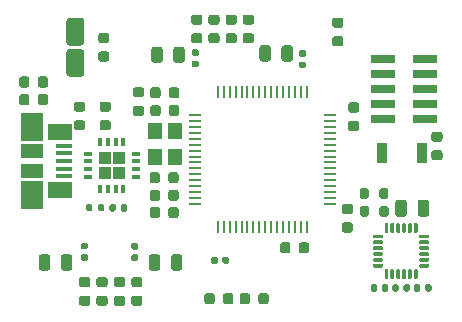
<source format=gbr>
G04 #@! TF.GenerationSoftware,KiCad,Pcbnew,(5.1.8)-1*
G04 #@! TF.CreationDate,2020-11-28T11:44:15-05:00*
G04 #@! TF.ProjectId,STM32_SMD_Quadcopter,53544d33-325f-4534-9d44-5f5175616463,rev?*
G04 #@! TF.SameCoordinates,PX2daf690PY1aab7d8*
G04 #@! TF.FileFunction,Paste,Top*
G04 #@! TF.FilePolarity,Positive*
%FSLAX46Y46*%
G04 Gerber Fmt 4.6, Leading zero omitted, Abs format (unit mm)*
G04 Created by KiCad (PCBNEW (5.1.8)-1) date 2020-11-28 11:44:15*
%MOMM*%
%LPD*%
G01*
G04 APERTURE LIST*
%ADD10R,1.000000X0.250000*%
%ADD11R,0.250000X1.000000*%
%ADD12R,0.350000X0.800000*%
%ADD13R,0.800000X0.350000*%
%ADD14R,1.050000X1.050000*%
%ADD15R,1.900000X1.175000*%
%ADD16R,1.900000X2.375000*%
%ADD17R,2.100000X1.475000*%
%ADD18R,1.380000X0.450000*%
%ADD19R,0.900000X1.700000*%
%ADD20R,2.100000X0.750000*%
%ADD21R,1.200000X1.400000*%
G04 APERTURE END LIST*
G36*
G01*
X33424400Y-23274200D02*
X33424400Y-23614200D01*
G75*
G02*
X33284400Y-23754200I-140000J0D01*
G01*
X33004400Y-23754200D01*
G75*
G02*
X32864400Y-23614200I0J140000D01*
G01*
X32864400Y-23274200D01*
G75*
G02*
X33004400Y-23134200I140000J0D01*
G01*
X33284400Y-23134200D01*
G75*
G02*
X33424400Y-23274200I0J-140000D01*
G01*
G37*
G36*
G01*
X32464400Y-23274200D02*
X32464400Y-23614200D01*
G75*
G02*
X32324400Y-23754200I-140000J0D01*
G01*
X32044400Y-23754200D01*
G75*
G02*
X31904400Y-23614200I0J140000D01*
G01*
X31904400Y-23274200D01*
G75*
G02*
X32044400Y-23134200I140000J0D01*
G01*
X32324400Y-23134200D01*
G75*
G02*
X32464400Y-23274200I0J-140000D01*
G01*
G37*
G36*
G01*
X30283600Y-19153700D02*
X30283600Y-19003700D01*
G75*
G02*
X30358600Y-18928700I75000J0D01*
G01*
X31058600Y-18928700D01*
G75*
G02*
X31133600Y-19003700I0J-75000D01*
G01*
X31133600Y-19153700D01*
G75*
G02*
X31058600Y-19228700I-75000J0D01*
G01*
X30358600Y-19228700D01*
G75*
G02*
X30283600Y-19153700I0J75000D01*
G01*
G37*
G36*
G01*
X30283600Y-19653700D02*
X30283600Y-19503700D01*
G75*
G02*
X30358600Y-19428700I75000J0D01*
G01*
X31058600Y-19428700D01*
G75*
G02*
X31133600Y-19503700I0J-75000D01*
G01*
X31133600Y-19653700D01*
G75*
G02*
X31058600Y-19728700I-75000J0D01*
G01*
X30358600Y-19728700D01*
G75*
G02*
X30283600Y-19653700I0J75000D01*
G01*
G37*
G36*
G01*
X30283600Y-20153700D02*
X30283600Y-20003700D01*
G75*
G02*
X30358600Y-19928700I75000J0D01*
G01*
X31058600Y-19928700D01*
G75*
G02*
X31133600Y-20003700I0J-75000D01*
G01*
X31133600Y-20153700D01*
G75*
G02*
X31058600Y-20228700I-75000J0D01*
G01*
X30358600Y-20228700D01*
G75*
G02*
X30283600Y-20153700I0J75000D01*
G01*
G37*
G36*
G01*
X30283600Y-20653700D02*
X30283600Y-20503700D01*
G75*
G02*
X30358600Y-20428700I75000J0D01*
G01*
X31058600Y-20428700D01*
G75*
G02*
X31133600Y-20503700I0J-75000D01*
G01*
X31133600Y-20653700D01*
G75*
G02*
X31058600Y-20728700I-75000J0D01*
G01*
X30358600Y-20728700D01*
G75*
G02*
X30283600Y-20653700I0J75000D01*
G01*
G37*
G36*
G01*
X30283600Y-21153700D02*
X30283600Y-21003700D01*
G75*
G02*
X30358600Y-20928700I75000J0D01*
G01*
X31058600Y-20928700D01*
G75*
G02*
X31133600Y-21003700I0J-75000D01*
G01*
X31133600Y-21153700D01*
G75*
G02*
X31058600Y-21228700I-75000J0D01*
G01*
X30358600Y-21228700D01*
G75*
G02*
X30283600Y-21153700I0J75000D01*
G01*
G37*
G36*
G01*
X30283600Y-21653700D02*
X30283600Y-21503700D01*
G75*
G02*
X30358600Y-21428700I75000J0D01*
G01*
X31058600Y-21428700D01*
G75*
G02*
X31133600Y-21503700I0J-75000D01*
G01*
X31133600Y-21653700D01*
G75*
G02*
X31058600Y-21728700I-75000J0D01*
G01*
X30358600Y-21728700D01*
G75*
G02*
X30283600Y-21653700I0J75000D01*
G01*
G37*
G36*
G01*
X31483600Y-22703700D02*
X31333600Y-22703700D01*
G75*
G02*
X31258600Y-22628700I0J75000D01*
G01*
X31258600Y-21928700D01*
G75*
G02*
X31333600Y-21853700I75000J0D01*
G01*
X31483600Y-21853700D01*
G75*
G02*
X31558600Y-21928700I0J-75000D01*
G01*
X31558600Y-22628700D01*
G75*
G02*
X31483600Y-22703700I-75000J0D01*
G01*
G37*
G36*
G01*
X31983600Y-22703700D02*
X31833600Y-22703700D01*
G75*
G02*
X31758600Y-22628700I0J75000D01*
G01*
X31758600Y-21928700D01*
G75*
G02*
X31833600Y-21853700I75000J0D01*
G01*
X31983600Y-21853700D01*
G75*
G02*
X32058600Y-21928700I0J-75000D01*
G01*
X32058600Y-22628700D01*
G75*
G02*
X31983600Y-22703700I-75000J0D01*
G01*
G37*
G36*
G01*
X32483600Y-22703700D02*
X32333600Y-22703700D01*
G75*
G02*
X32258600Y-22628700I0J75000D01*
G01*
X32258600Y-21928700D01*
G75*
G02*
X32333600Y-21853700I75000J0D01*
G01*
X32483600Y-21853700D01*
G75*
G02*
X32558600Y-21928700I0J-75000D01*
G01*
X32558600Y-22628700D01*
G75*
G02*
X32483600Y-22703700I-75000J0D01*
G01*
G37*
G36*
G01*
X32983600Y-22703700D02*
X32833600Y-22703700D01*
G75*
G02*
X32758600Y-22628700I0J75000D01*
G01*
X32758600Y-21928700D01*
G75*
G02*
X32833600Y-21853700I75000J0D01*
G01*
X32983600Y-21853700D01*
G75*
G02*
X33058600Y-21928700I0J-75000D01*
G01*
X33058600Y-22628700D01*
G75*
G02*
X32983600Y-22703700I-75000J0D01*
G01*
G37*
G36*
G01*
X33483600Y-22703700D02*
X33333600Y-22703700D01*
G75*
G02*
X33258600Y-22628700I0J75000D01*
G01*
X33258600Y-21928700D01*
G75*
G02*
X33333600Y-21853700I75000J0D01*
G01*
X33483600Y-21853700D01*
G75*
G02*
X33558600Y-21928700I0J-75000D01*
G01*
X33558600Y-22628700D01*
G75*
G02*
X33483600Y-22703700I-75000J0D01*
G01*
G37*
G36*
G01*
X33983600Y-22703700D02*
X33833600Y-22703700D01*
G75*
G02*
X33758600Y-22628700I0J75000D01*
G01*
X33758600Y-21928700D01*
G75*
G02*
X33833600Y-21853700I75000J0D01*
G01*
X33983600Y-21853700D01*
G75*
G02*
X34058600Y-21928700I0J-75000D01*
G01*
X34058600Y-22628700D01*
G75*
G02*
X33983600Y-22703700I-75000J0D01*
G01*
G37*
G36*
G01*
X34183600Y-21653700D02*
X34183600Y-21503700D01*
G75*
G02*
X34258600Y-21428700I75000J0D01*
G01*
X34958600Y-21428700D01*
G75*
G02*
X35033600Y-21503700I0J-75000D01*
G01*
X35033600Y-21653700D01*
G75*
G02*
X34958600Y-21728700I-75000J0D01*
G01*
X34258600Y-21728700D01*
G75*
G02*
X34183600Y-21653700I0J75000D01*
G01*
G37*
G36*
G01*
X34183600Y-21153700D02*
X34183600Y-21003700D01*
G75*
G02*
X34258600Y-20928700I75000J0D01*
G01*
X34958600Y-20928700D01*
G75*
G02*
X35033600Y-21003700I0J-75000D01*
G01*
X35033600Y-21153700D01*
G75*
G02*
X34958600Y-21228700I-75000J0D01*
G01*
X34258600Y-21228700D01*
G75*
G02*
X34183600Y-21153700I0J75000D01*
G01*
G37*
G36*
G01*
X34183600Y-20653700D02*
X34183600Y-20503700D01*
G75*
G02*
X34258600Y-20428700I75000J0D01*
G01*
X34958600Y-20428700D01*
G75*
G02*
X35033600Y-20503700I0J-75000D01*
G01*
X35033600Y-20653700D01*
G75*
G02*
X34958600Y-20728700I-75000J0D01*
G01*
X34258600Y-20728700D01*
G75*
G02*
X34183600Y-20653700I0J75000D01*
G01*
G37*
G36*
G01*
X34183600Y-20153700D02*
X34183600Y-20003700D01*
G75*
G02*
X34258600Y-19928700I75000J0D01*
G01*
X34958600Y-19928700D01*
G75*
G02*
X35033600Y-20003700I0J-75000D01*
G01*
X35033600Y-20153700D01*
G75*
G02*
X34958600Y-20228700I-75000J0D01*
G01*
X34258600Y-20228700D01*
G75*
G02*
X34183600Y-20153700I0J75000D01*
G01*
G37*
G36*
G01*
X34183600Y-19653700D02*
X34183600Y-19503700D01*
G75*
G02*
X34258600Y-19428700I75000J0D01*
G01*
X34958600Y-19428700D01*
G75*
G02*
X35033600Y-19503700I0J-75000D01*
G01*
X35033600Y-19653700D01*
G75*
G02*
X34958600Y-19728700I-75000J0D01*
G01*
X34258600Y-19728700D01*
G75*
G02*
X34183600Y-19653700I0J75000D01*
G01*
G37*
G36*
G01*
X34183600Y-19153700D02*
X34183600Y-19003700D01*
G75*
G02*
X34258600Y-18928700I75000J0D01*
G01*
X34958600Y-18928700D01*
G75*
G02*
X35033600Y-19003700I0J-75000D01*
G01*
X35033600Y-19153700D01*
G75*
G02*
X34958600Y-19228700I-75000J0D01*
G01*
X34258600Y-19228700D01*
G75*
G02*
X34183600Y-19153700I0J75000D01*
G01*
G37*
G36*
G01*
X33983600Y-18803700D02*
X33833600Y-18803700D01*
G75*
G02*
X33758600Y-18728700I0J75000D01*
G01*
X33758600Y-18028700D01*
G75*
G02*
X33833600Y-17953700I75000J0D01*
G01*
X33983600Y-17953700D01*
G75*
G02*
X34058600Y-18028700I0J-75000D01*
G01*
X34058600Y-18728700D01*
G75*
G02*
X33983600Y-18803700I-75000J0D01*
G01*
G37*
G36*
G01*
X33483600Y-18803700D02*
X33333600Y-18803700D01*
G75*
G02*
X33258600Y-18728700I0J75000D01*
G01*
X33258600Y-18028700D01*
G75*
G02*
X33333600Y-17953700I75000J0D01*
G01*
X33483600Y-17953700D01*
G75*
G02*
X33558600Y-18028700I0J-75000D01*
G01*
X33558600Y-18728700D01*
G75*
G02*
X33483600Y-18803700I-75000J0D01*
G01*
G37*
G36*
G01*
X32983600Y-18803700D02*
X32833600Y-18803700D01*
G75*
G02*
X32758600Y-18728700I0J75000D01*
G01*
X32758600Y-18028700D01*
G75*
G02*
X32833600Y-17953700I75000J0D01*
G01*
X32983600Y-17953700D01*
G75*
G02*
X33058600Y-18028700I0J-75000D01*
G01*
X33058600Y-18728700D01*
G75*
G02*
X32983600Y-18803700I-75000J0D01*
G01*
G37*
G36*
G01*
X32483600Y-18803700D02*
X32333600Y-18803700D01*
G75*
G02*
X32258600Y-18728700I0J75000D01*
G01*
X32258600Y-18028700D01*
G75*
G02*
X32333600Y-17953700I75000J0D01*
G01*
X32483600Y-17953700D01*
G75*
G02*
X32558600Y-18028700I0J-75000D01*
G01*
X32558600Y-18728700D01*
G75*
G02*
X32483600Y-18803700I-75000J0D01*
G01*
G37*
G36*
G01*
X31983600Y-18803700D02*
X31833600Y-18803700D01*
G75*
G02*
X31758600Y-18728700I0J75000D01*
G01*
X31758600Y-18028700D01*
G75*
G02*
X31833600Y-17953700I75000J0D01*
G01*
X31983600Y-17953700D01*
G75*
G02*
X32058600Y-18028700I0J-75000D01*
G01*
X32058600Y-18728700D01*
G75*
G02*
X31983600Y-18803700I-75000J0D01*
G01*
G37*
G36*
G01*
X31483600Y-18803700D02*
X31333600Y-18803700D01*
G75*
G02*
X31258600Y-18728700I0J75000D01*
G01*
X31258600Y-18028700D01*
G75*
G02*
X31333600Y-17953700I75000J0D01*
G01*
X31483600Y-17953700D01*
G75*
G02*
X31558600Y-18028700I0J-75000D01*
G01*
X31558600Y-18728700D01*
G75*
G02*
X31483600Y-18803700I-75000J0D01*
G01*
G37*
G36*
G01*
X5179350Y-7664900D02*
X5691850Y-7664900D01*
G75*
G02*
X5910600Y-7883650I0J-218750D01*
G01*
X5910600Y-8321150D01*
G75*
G02*
X5691850Y-8539900I-218750J0D01*
G01*
X5179350Y-8539900D01*
G75*
G02*
X4960600Y-8321150I0J218750D01*
G01*
X4960600Y-7883650D01*
G75*
G02*
X5179350Y-7664900I218750J0D01*
G01*
G37*
G36*
G01*
X5179350Y-9239900D02*
X5691850Y-9239900D01*
G75*
G02*
X5910600Y-9458650I0J-218750D01*
G01*
X5910600Y-9896150D01*
G75*
G02*
X5691850Y-10114900I-218750J0D01*
G01*
X5179350Y-10114900D01*
G75*
G02*
X4960600Y-9896150I0J218750D01*
G01*
X4960600Y-9458650D01*
G75*
G02*
X5179350Y-9239900I218750J0D01*
G01*
G37*
D10*
X15204200Y-8823000D03*
X15204200Y-9323000D03*
X15204200Y-9823000D03*
X15204200Y-10323000D03*
X15204200Y-10823000D03*
X15204200Y-11323000D03*
X15204200Y-11823000D03*
X15204200Y-12323000D03*
X15204200Y-12823000D03*
X15204200Y-13323000D03*
X15204200Y-13823000D03*
X15204200Y-14323000D03*
X15204200Y-14823000D03*
X15204200Y-15323000D03*
X15204200Y-15823000D03*
X15204200Y-16323000D03*
D11*
X17154200Y-18273000D03*
X17654200Y-18273000D03*
X18154200Y-18273000D03*
X18654200Y-18273000D03*
X19154200Y-18273000D03*
X19654200Y-18273000D03*
X20154200Y-18273000D03*
X20654200Y-18273000D03*
X21154200Y-18273000D03*
X21654200Y-18273000D03*
X22154200Y-18273000D03*
X22654200Y-18273000D03*
X23154200Y-18273000D03*
X23654200Y-18273000D03*
X24154200Y-18273000D03*
X24654200Y-18273000D03*
D10*
X26604200Y-16323000D03*
X26604200Y-15823000D03*
X26604200Y-15323000D03*
X26604200Y-14823000D03*
X26604200Y-14323000D03*
X26604200Y-13823000D03*
X26604200Y-13323000D03*
X26604200Y-12823000D03*
X26604200Y-12323000D03*
X26604200Y-11823000D03*
X26604200Y-11323000D03*
X26604200Y-10823000D03*
X26604200Y-10323000D03*
X26604200Y-9823000D03*
X26604200Y-9323000D03*
X26604200Y-8823000D03*
D11*
X24654200Y-6873000D03*
X24154200Y-6873000D03*
X23654200Y-6873000D03*
X23154200Y-6873000D03*
X22654200Y-6873000D03*
X22154200Y-6873000D03*
X21654200Y-6873000D03*
X21154200Y-6873000D03*
X20654200Y-6873000D03*
X20154200Y-6873000D03*
X19654200Y-6873000D03*
X19154200Y-6873000D03*
X18654200Y-6873000D03*
X18154200Y-6873000D03*
X17654200Y-6873000D03*
X17154200Y-6873000D03*
D12*
X9153800Y-11055600D03*
X8503800Y-11055600D03*
X7853800Y-11055600D03*
X7203800Y-11055600D03*
D13*
X6178800Y-12080600D03*
X6178800Y-12730600D03*
X6178800Y-13380600D03*
X6178800Y-14030600D03*
D12*
X7203800Y-15055600D03*
X7853800Y-15055600D03*
X8503800Y-15055600D03*
X9153800Y-15055600D03*
D13*
X10178800Y-14030600D03*
X10178800Y-13380600D03*
X10178800Y-12730600D03*
X10178800Y-12080600D03*
D14*
X7553800Y-12430600D03*
X7553800Y-13680600D03*
X8803800Y-12430600D03*
X8803800Y-13680600D03*
G36*
G01*
X27048750Y-553100D02*
X27561250Y-553100D01*
G75*
G02*
X27780000Y-771850I0J-218750D01*
G01*
X27780000Y-1209350D01*
G75*
G02*
X27561250Y-1428100I-218750J0D01*
G01*
X27048750Y-1428100D01*
G75*
G02*
X26830000Y-1209350I0J218750D01*
G01*
X26830000Y-771850D01*
G75*
G02*
X27048750Y-553100I218750J0D01*
G01*
G37*
G36*
G01*
X27048750Y-2128100D02*
X27561250Y-2128100D01*
G75*
G02*
X27780000Y-2346850I0J-218750D01*
G01*
X27780000Y-2784350D01*
G75*
G02*
X27561250Y-3003100I-218750J0D01*
G01*
X27048750Y-3003100D01*
G75*
G02*
X26830000Y-2784350I0J218750D01*
G01*
X26830000Y-2346850D01*
G75*
G02*
X27048750Y-2128100I218750J0D01*
G01*
G37*
G36*
G01*
X12999300Y-8689050D02*
X12999300Y-8176550D01*
G75*
G02*
X13218050Y-7957800I218750J0D01*
G01*
X13655550Y-7957800D01*
G75*
G02*
X13874300Y-8176550I0J-218750D01*
G01*
X13874300Y-8689050D01*
G75*
G02*
X13655550Y-8907800I-218750J0D01*
G01*
X13218050Y-8907800D01*
G75*
G02*
X12999300Y-8689050I0J218750D01*
G01*
G37*
G36*
G01*
X11424300Y-8689050D02*
X11424300Y-8176550D01*
G75*
G02*
X11643050Y-7957800I218750J0D01*
G01*
X12080550Y-7957800D01*
G75*
G02*
X12299300Y-8176550I0J-218750D01*
G01*
X12299300Y-8689050D01*
G75*
G02*
X12080550Y-8907800I-218750J0D01*
G01*
X11643050Y-8907800D01*
G75*
G02*
X11424300Y-8689050I0J218750D01*
G01*
G37*
G36*
G01*
X17071050Y-2748900D02*
X16558550Y-2748900D01*
G75*
G02*
X16339800Y-2530150I0J218750D01*
G01*
X16339800Y-2092650D01*
G75*
G02*
X16558550Y-1873900I218750J0D01*
G01*
X17071050Y-1873900D01*
G75*
G02*
X17289800Y-2092650I0J-218750D01*
G01*
X17289800Y-2530150D01*
G75*
G02*
X17071050Y-2748900I-218750J0D01*
G01*
G37*
G36*
G01*
X17071050Y-1173900D02*
X16558550Y-1173900D01*
G75*
G02*
X16339800Y-955150I0J218750D01*
G01*
X16339800Y-517650D01*
G75*
G02*
X16558550Y-298900I218750J0D01*
G01*
X17071050Y-298900D01*
G75*
G02*
X17289800Y-517650I0J-218750D01*
G01*
X17289800Y-955150D01*
G75*
G02*
X17071050Y-1173900I-218750J0D01*
G01*
G37*
D15*
X1454300Y-13540000D03*
X1454300Y-11860000D03*
D16*
X1454300Y-15610000D03*
X1454300Y-9790000D03*
D17*
X3754300Y-15162500D03*
X3754300Y-10237500D03*
D18*
X4114300Y-14000000D03*
X4114300Y-13350000D03*
X4114300Y-12700000D03*
X4114300Y-12050000D03*
X4114300Y-11400000D03*
G36*
G01*
X12273100Y-20828950D02*
X12273100Y-21741450D01*
G75*
G02*
X12029350Y-21985200I-243750J0D01*
G01*
X11541850Y-21985200D01*
G75*
G02*
X11298100Y-21741450I0J243750D01*
G01*
X11298100Y-20828950D01*
G75*
G02*
X11541850Y-20585200I243750J0D01*
G01*
X12029350Y-20585200D01*
G75*
G02*
X12273100Y-20828950I0J-243750D01*
G01*
G37*
G36*
G01*
X14148100Y-20828950D02*
X14148100Y-21741450D01*
G75*
G02*
X13904350Y-21985200I-243750J0D01*
G01*
X13416850Y-21985200D01*
G75*
G02*
X13173100Y-21741450I0J243750D01*
G01*
X13173100Y-20828950D01*
G75*
G02*
X13416850Y-20585200I243750J0D01*
G01*
X13904350Y-20585200D01*
G75*
G02*
X14148100Y-20828950I0J-243750D01*
G01*
G37*
G36*
G01*
X20660300Y-4050350D02*
X20660300Y-3137850D01*
G75*
G02*
X20904050Y-2894100I243750J0D01*
G01*
X21391550Y-2894100D01*
G75*
G02*
X21635300Y-3137850I0J-243750D01*
G01*
X21635300Y-4050350D01*
G75*
G02*
X21391550Y-4294100I-243750J0D01*
G01*
X20904050Y-4294100D01*
G75*
G02*
X20660300Y-4050350I0J243750D01*
G01*
G37*
G36*
G01*
X22535300Y-4050350D02*
X22535300Y-3137850D01*
G75*
G02*
X22779050Y-2894100I243750J0D01*
G01*
X23266550Y-2894100D01*
G75*
G02*
X23510300Y-3137850I0J-243750D01*
G01*
X23510300Y-4050350D01*
G75*
G02*
X23266550Y-4294100I-243750J0D01*
G01*
X22779050Y-4294100D01*
G75*
G02*
X22535300Y-4050350I0J243750D01*
G01*
G37*
G36*
G01*
X28374050Y-17201300D02*
X27861550Y-17201300D01*
G75*
G02*
X27642800Y-16982550I0J218750D01*
G01*
X27642800Y-16545050D01*
G75*
G02*
X27861550Y-16326300I218750J0D01*
G01*
X28374050Y-16326300D01*
G75*
G02*
X28592800Y-16545050I0J-218750D01*
G01*
X28592800Y-16982550D01*
G75*
G02*
X28374050Y-17201300I-218750J0D01*
G01*
G37*
G36*
G01*
X28374050Y-18776300D02*
X27861550Y-18776300D01*
G75*
G02*
X27642800Y-18557550I0J218750D01*
G01*
X27642800Y-18120050D01*
G75*
G02*
X27861550Y-17901300I218750J0D01*
G01*
X28374050Y-17901300D01*
G75*
G02*
X28592800Y-18120050I0J-218750D01*
G01*
X28592800Y-18557550D01*
G75*
G02*
X28374050Y-18776300I-218750J0D01*
G01*
G37*
G36*
G01*
X22422300Y-20309550D02*
X22422300Y-19797050D01*
G75*
G02*
X22641050Y-19578300I218750J0D01*
G01*
X23078550Y-19578300D01*
G75*
G02*
X23297300Y-19797050I0J-218750D01*
G01*
X23297300Y-20309550D01*
G75*
G02*
X23078550Y-20528300I-218750J0D01*
G01*
X22641050Y-20528300D01*
G75*
G02*
X22422300Y-20309550I0J218750D01*
G01*
G37*
G36*
G01*
X23997300Y-20309550D02*
X23997300Y-19797050D01*
G75*
G02*
X24216050Y-19578300I218750J0D01*
G01*
X24653550Y-19578300D01*
G75*
G02*
X24872300Y-19797050I0J-218750D01*
G01*
X24872300Y-20309550D01*
G75*
G02*
X24653550Y-20528300I-218750J0D01*
G01*
X24216050Y-20528300D01*
G75*
G02*
X23997300Y-20309550I0J218750D01*
G01*
G37*
G36*
G01*
X13378600Y-4164650D02*
X13378600Y-3252150D01*
G75*
G02*
X13622350Y-3008400I243750J0D01*
G01*
X14109850Y-3008400D01*
G75*
G02*
X14353600Y-3252150I0J-243750D01*
G01*
X14353600Y-4164650D01*
G75*
G02*
X14109850Y-4408400I-243750J0D01*
G01*
X13622350Y-4408400D01*
G75*
G02*
X13378600Y-4164650I0J243750D01*
G01*
G37*
G36*
G01*
X11503600Y-4164650D02*
X11503600Y-3252150D01*
G75*
G02*
X11747350Y-3008400I243750J0D01*
G01*
X12234850Y-3008400D01*
G75*
G02*
X12478600Y-3252150I0J-243750D01*
G01*
X12478600Y-4164650D01*
G75*
G02*
X12234850Y-4408400I-243750J0D01*
G01*
X11747350Y-4408400D01*
G75*
G02*
X11503600Y-4164650I0J243750D01*
G01*
G37*
G36*
G01*
X7749250Y-4298500D02*
X7236750Y-4298500D01*
G75*
G02*
X7018000Y-4079750I0J218750D01*
G01*
X7018000Y-3642250D01*
G75*
G02*
X7236750Y-3423500I218750J0D01*
G01*
X7749250Y-3423500D01*
G75*
G02*
X7968000Y-3642250I0J-218750D01*
G01*
X7968000Y-4079750D01*
G75*
G02*
X7749250Y-4298500I-218750J0D01*
G01*
G37*
G36*
G01*
X7749250Y-2723500D02*
X7236750Y-2723500D01*
G75*
G02*
X7018000Y-2504750I0J218750D01*
G01*
X7018000Y-2067250D01*
G75*
G02*
X7236750Y-1848500I218750J0D01*
G01*
X7749250Y-1848500D01*
G75*
G02*
X7968000Y-2067250I0J-218750D01*
G01*
X7968000Y-2504750D01*
G75*
G02*
X7749250Y-2723500I-218750J0D01*
G01*
G37*
G36*
G01*
X324300Y-6276050D02*
X324300Y-5763550D01*
G75*
G02*
X543050Y-5544800I218750J0D01*
G01*
X980550Y-5544800D01*
G75*
G02*
X1199300Y-5763550I0J-218750D01*
G01*
X1199300Y-6276050D01*
G75*
G02*
X980550Y-6494800I-218750J0D01*
G01*
X543050Y-6494800D01*
G75*
G02*
X324300Y-6276050I0J218750D01*
G01*
G37*
G36*
G01*
X1899300Y-6276050D02*
X1899300Y-5763550D01*
G75*
G02*
X2118050Y-5544800I218750J0D01*
G01*
X2555550Y-5544800D01*
G75*
G02*
X2774300Y-5763550I0J-218750D01*
G01*
X2774300Y-6276050D01*
G75*
G02*
X2555550Y-6494800I-218750J0D01*
G01*
X2118050Y-6494800D01*
G75*
G02*
X1899300Y-6276050I0J218750D01*
G01*
G37*
G36*
G01*
X12999100Y-7190450D02*
X12999100Y-6677950D01*
G75*
G02*
X13217850Y-6459200I218750J0D01*
G01*
X13655350Y-6459200D01*
G75*
G02*
X13874100Y-6677950I0J-218750D01*
G01*
X13874100Y-7190450D01*
G75*
G02*
X13655350Y-7409200I-218750J0D01*
G01*
X13217850Y-7409200D01*
G75*
G02*
X12999100Y-7190450I0J218750D01*
G01*
G37*
G36*
G01*
X11424100Y-7190450D02*
X11424100Y-6677950D01*
G75*
G02*
X11642850Y-6459200I218750J0D01*
G01*
X12080350Y-6459200D01*
G75*
G02*
X12299100Y-6677950I0J-218750D01*
G01*
X12299100Y-7190450D01*
G75*
G02*
X12080350Y-7409200I-218750J0D01*
G01*
X11642850Y-7409200D01*
G75*
G02*
X11424100Y-7190450I0J218750D01*
G01*
G37*
G36*
G01*
X1980900Y-21741450D02*
X1980900Y-20828950D01*
G75*
G02*
X2224650Y-20585200I243750J0D01*
G01*
X2712150Y-20585200D01*
G75*
G02*
X2955900Y-20828950I0J-243750D01*
G01*
X2955900Y-21741450D01*
G75*
G02*
X2712150Y-21985200I-243750J0D01*
G01*
X2224650Y-21985200D01*
G75*
G02*
X1980900Y-21741450I0J243750D01*
G01*
G37*
G36*
G01*
X3855900Y-21741450D02*
X3855900Y-20828950D01*
G75*
G02*
X4099650Y-20585200I243750J0D01*
G01*
X4587150Y-20585200D01*
G75*
G02*
X4830900Y-20828950I0J-243750D01*
G01*
X4830900Y-21741450D01*
G75*
G02*
X4587150Y-21985200I-243750J0D01*
G01*
X4099650Y-21985200D01*
G75*
G02*
X3855900Y-21741450I0J243750D01*
G01*
G37*
G36*
G01*
X12261000Y-16812550D02*
X12261000Y-17325050D01*
G75*
G02*
X12042250Y-17543800I-218750J0D01*
G01*
X11604750Y-17543800D01*
G75*
G02*
X11386000Y-17325050I0J218750D01*
G01*
X11386000Y-16812550D01*
G75*
G02*
X11604750Y-16593800I218750J0D01*
G01*
X12042250Y-16593800D01*
G75*
G02*
X12261000Y-16812550I0J-218750D01*
G01*
G37*
G36*
G01*
X13836000Y-16812550D02*
X13836000Y-17325050D01*
G75*
G02*
X13617250Y-17543800I-218750J0D01*
G01*
X13179750Y-17543800D01*
G75*
G02*
X12961000Y-17325050I0J218750D01*
G01*
X12961000Y-16812550D01*
G75*
G02*
X13179750Y-16593800I218750J0D01*
G01*
X13617250Y-16593800D01*
G75*
G02*
X13836000Y-16812550I0J-218750D01*
G01*
G37*
G36*
G01*
X7363750Y-7664900D02*
X7876250Y-7664900D01*
G75*
G02*
X8095000Y-7883650I0J-218750D01*
G01*
X8095000Y-8321150D01*
G75*
G02*
X7876250Y-8539900I-218750J0D01*
G01*
X7363750Y-8539900D01*
G75*
G02*
X7145000Y-8321150I0J218750D01*
G01*
X7145000Y-7883650D01*
G75*
G02*
X7363750Y-7664900I218750J0D01*
G01*
G37*
G36*
G01*
X7363750Y-9239900D02*
X7876250Y-9239900D01*
G75*
G02*
X8095000Y-9458650I0J-218750D01*
G01*
X8095000Y-9896150D01*
G75*
G02*
X7876250Y-10114900I-218750J0D01*
G01*
X7363750Y-10114900D01*
G75*
G02*
X7145000Y-9896150I0J218750D01*
G01*
X7145000Y-9458650D01*
G75*
G02*
X7363750Y-9239900I218750J0D01*
G01*
G37*
G36*
G01*
X5611150Y-22523900D02*
X6123650Y-22523900D01*
G75*
G02*
X6342400Y-22742650I0J-218750D01*
G01*
X6342400Y-23180150D01*
G75*
G02*
X6123650Y-23398900I-218750J0D01*
G01*
X5611150Y-23398900D01*
G75*
G02*
X5392400Y-23180150I0J218750D01*
G01*
X5392400Y-22742650D01*
G75*
G02*
X5611150Y-22523900I218750J0D01*
G01*
G37*
G36*
G01*
X5611150Y-24098900D02*
X6123650Y-24098900D01*
G75*
G02*
X6342400Y-24317650I0J-218750D01*
G01*
X6342400Y-24755150D01*
G75*
G02*
X6123650Y-24973900I-218750J0D01*
G01*
X5611150Y-24973900D01*
G75*
G02*
X5392400Y-24755150I0J218750D01*
G01*
X5392400Y-24317650D01*
G75*
G02*
X5611150Y-24098900I218750J0D01*
G01*
G37*
G36*
G01*
X7084350Y-24099100D02*
X7596850Y-24099100D01*
G75*
G02*
X7815600Y-24317850I0J-218750D01*
G01*
X7815600Y-24755350D01*
G75*
G02*
X7596850Y-24974100I-218750J0D01*
G01*
X7084350Y-24974100D01*
G75*
G02*
X6865600Y-24755350I0J218750D01*
G01*
X6865600Y-24317850D01*
G75*
G02*
X7084350Y-24099100I218750J0D01*
G01*
G37*
G36*
G01*
X7084350Y-22524100D02*
X7596850Y-22524100D01*
G75*
G02*
X7815600Y-22742850I0J-218750D01*
G01*
X7815600Y-23180350D01*
G75*
G02*
X7596850Y-23399100I-218750J0D01*
G01*
X7084350Y-23399100D01*
G75*
G02*
X6865600Y-23180350I0J218750D01*
G01*
X6865600Y-22742850D01*
G75*
G02*
X7084350Y-22524100I218750J0D01*
G01*
G37*
G36*
G01*
X1199300Y-7249450D02*
X1199300Y-7761950D01*
G75*
G02*
X980550Y-7980700I-218750J0D01*
G01*
X543050Y-7980700D01*
G75*
G02*
X324300Y-7761950I0J218750D01*
G01*
X324300Y-7249450D01*
G75*
G02*
X543050Y-7030700I218750J0D01*
G01*
X980550Y-7030700D01*
G75*
G02*
X1199300Y-7249450I0J-218750D01*
G01*
G37*
G36*
G01*
X2774300Y-7249450D02*
X2774300Y-7761950D01*
G75*
G02*
X2555550Y-7980700I-218750J0D01*
G01*
X2118050Y-7980700D01*
G75*
G02*
X1899300Y-7761950I0J218750D01*
G01*
X1899300Y-7249450D01*
G75*
G02*
X2118050Y-7030700I218750J0D01*
G01*
X2555550Y-7030700D01*
G75*
G02*
X2774300Y-7249450I0J-218750D01*
G01*
G37*
G36*
G01*
X10682950Y-8895700D02*
X10170450Y-8895700D01*
G75*
G02*
X9951700Y-8676950I0J218750D01*
G01*
X9951700Y-8239450D01*
G75*
G02*
X10170450Y-8020700I218750J0D01*
G01*
X10682950Y-8020700D01*
G75*
G02*
X10901700Y-8239450I0J-218750D01*
G01*
X10901700Y-8676950D01*
G75*
G02*
X10682950Y-8895700I-218750J0D01*
G01*
G37*
G36*
G01*
X10682950Y-7320700D02*
X10170450Y-7320700D01*
G75*
G02*
X9951700Y-7101950I0J218750D01*
G01*
X9951700Y-6664450D01*
G75*
G02*
X10170450Y-6445700I218750J0D01*
G01*
X10682950Y-6445700D01*
G75*
G02*
X10901700Y-6664450I0J-218750D01*
G01*
X10901700Y-7101950D01*
G75*
G02*
X10682950Y-7320700I-218750J0D01*
G01*
G37*
G36*
G01*
X10030750Y-22523900D02*
X10543250Y-22523900D01*
G75*
G02*
X10762000Y-22742650I0J-218750D01*
G01*
X10762000Y-23180150D01*
G75*
G02*
X10543250Y-23398900I-218750J0D01*
G01*
X10030750Y-23398900D01*
G75*
G02*
X9812000Y-23180150I0J218750D01*
G01*
X9812000Y-22742650D01*
G75*
G02*
X10030750Y-22523900I218750J0D01*
G01*
G37*
G36*
G01*
X10030750Y-24098900D02*
X10543250Y-24098900D01*
G75*
G02*
X10762000Y-24317650I0J-218750D01*
G01*
X10762000Y-24755150D01*
G75*
G02*
X10543250Y-24973900I-218750J0D01*
G01*
X10030750Y-24973900D01*
G75*
G02*
X9812000Y-24755150I0J218750D01*
G01*
X9812000Y-24317650D01*
G75*
G02*
X10030750Y-24098900I218750J0D01*
G01*
G37*
G36*
G01*
X8557550Y-24099000D02*
X9070050Y-24099000D01*
G75*
G02*
X9288800Y-24317750I0J-218750D01*
G01*
X9288800Y-24755250D01*
G75*
G02*
X9070050Y-24974000I-218750J0D01*
G01*
X8557550Y-24974000D01*
G75*
G02*
X8338800Y-24755250I0J218750D01*
G01*
X8338800Y-24317750D01*
G75*
G02*
X8557550Y-24099000I218750J0D01*
G01*
G37*
G36*
G01*
X8557550Y-22524000D02*
X9070050Y-22524000D01*
G75*
G02*
X9288800Y-22742750I0J-218750D01*
G01*
X9288800Y-23180250D01*
G75*
G02*
X9070050Y-23399000I-218750J0D01*
G01*
X8557550Y-23399000D01*
G75*
G02*
X8338800Y-23180250I0J218750D01*
G01*
X8338800Y-22742750D01*
G75*
G02*
X8557550Y-22524000I218750J0D01*
G01*
G37*
G36*
G01*
X19992050Y-1174000D02*
X19479550Y-1174000D01*
G75*
G02*
X19260800Y-955250I0J218750D01*
G01*
X19260800Y-517750D01*
G75*
G02*
X19479550Y-299000I218750J0D01*
G01*
X19992050Y-299000D01*
G75*
G02*
X20210800Y-517750I0J-218750D01*
G01*
X20210800Y-955250D01*
G75*
G02*
X19992050Y-1174000I-218750J0D01*
G01*
G37*
G36*
G01*
X19992050Y-2749000D02*
X19479550Y-2749000D01*
G75*
G02*
X19260800Y-2530250I0J218750D01*
G01*
X19260800Y-2092750D01*
G75*
G02*
X19479550Y-1874000I218750J0D01*
G01*
X19992050Y-1874000D01*
G75*
G02*
X20210800Y-2092750I0J-218750D01*
G01*
X20210800Y-2530250D01*
G75*
G02*
X19992050Y-2749000I-218750J0D01*
G01*
G37*
G36*
G01*
X18531550Y-2749100D02*
X18019050Y-2749100D01*
G75*
G02*
X17800300Y-2530350I0J218750D01*
G01*
X17800300Y-2092850D01*
G75*
G02*
X18019050Y-1874100I218750J0D01*
G01*
X18531550Y-1874100D01*
G75*
G02*
X18750300Y-2092850I0J-218750D01*
G01*
X18750300Y-2530350D01*
G75*
G02*
X18531550Y-2749100I-218750J0D01*
G01*
G37*
G36*
G01*
X18531550Y-1174100D02*
X18019050Y-1174100D01*
G75*
G02*
X17800300Y-955350I0J218750D01*
G01*
X17800300Y-517850D01*
G75*
G02*
X18019050Y-299100I218750J0D01*
G01*
X18531550Y-299100D01*
G75*
G02*
X18750300Y-517850I0J-218750D01*
G01*
X18750300Y-955350D01*
G75*
G02*
X18531550Y-1174100I-218750J0D01*
G01*
G37*
G36*
G01*
X15610550Y-1174000D02*
X15098050Y-1174000D01*
G75*
G02*
X14879300Y-955250I0J218750D01*
G01*
X14879300Y-517750D01*
G75*
G02*
X15098050Y-299000I218750J0D01*
G01*
X15610550Y-299000D01*
G75*
G02*
X15829300Y-517750I0J-218750D01*
G01*
X15829300Y-955250D01*
G75*
G02*
X15610550Y-1174000I-218750J0D01*
G01*
G37*
G36*
G01*
X15610550Y-2749000D02*
X15098050Y-2749000D01*
G75*
G02*
X14879300Y-2530250I0J218750D01*
G01*
X14879300Y-2092750D01*
G75*
G02*
X15098050Y-1874000I218750J0D01*
G01*
X15610550Y-1874000D01*
G75*
G02*
X15829300Y-2092750I0J-218750D01*
G01*
X15829300Y-2530250D01*
G75*
G02*
X15610550Y-2749000I-218750J0D01*
G01*
G37*
G36*
G01*
X12261100Y-15352050D02*
X12261100Y-15864550D01*
G75*
G02*
X12042350Y-16083300I-218750J0D01*
G01*
X11604850Y-16083300D01*
G75*
G02*
X11386100Y-15864550I0J218750D01*
G01*
X11386100Y-15352050D01*
G75*
G02*
X11604850Y-15133300I218750J0D01*
G01*
X12042350Y-15133300D01*
G75*
G02*
X12261100Y-15352050I0J-218750D01*
G01*
G37*
G36*
G01*
X13836100Y-15352050D02*
X13836100Y-15864550D01*
G75*
G02*
X13617350Y-16083300I-218750J0D01*
G01*
X13179850Y-16083300D01*
G75*
G02*
X12961100Y-15864550I0J218750D01*
G01*
X12961100Y-15352050D01*
G75*
G02*
X13179850Y-15133300I218750J0D01*
G01*
X13617350Y-15133300D01*
G75*
G02*
X13836100Y-15352050I0J-218750D01*
G01*
G37*
G36*
G01*
X35443450Y-10205000D02*
X35955950Y-10205000D01*
G75*
G02*
X36174700Y-10423750I0J-218750D01*
G01*
X36174700Y-10861250D01*
G75*
G02*
X35955950Y-11080000I-218750J0D01*
G01*
X35443450Y-11080000D01*
G75*
G02*
X35224700Y-10861250I0J218750D01*
G01*
X35224700Y-10423750D01*
G75*
G02*
X35443450Y-10205000I218750J0D01*
G01*
G37*
G36*
G01*
X35443450Y-11780000D02*
X35955950Y-11780000D01*
G75*
G02*
X36174700Y-11998750I0J-218750D01*
G01*
X36174700Y-12436250D01*
G75*
G02*
X35955950Y-12655000I-218750J0D01*
G01*
X35443450Y-12655000D01*
G75*
G02*
X35224700Y-12436250I0J218750D01*
G01*
X35224700Y-11998750D01*
G75*
G02*
X35443450Y-11780000I218750J0D01*
G01*
G37*
D19*
X31017000Y-12039600D03*
X34417000Y-12039600D03*
G36*
G01*
X5580000Y-5577600D02*
X4580000Y-5577600D01*
G75*
G02*
X4330000Y-5327600I0J250000D01*
G01*
X4330000Y-3477600D01*
G75*
G02*
X4580000Y-3227600I250000J0D01*
G01*
X5580000Y-3227600D01*
G75*
G02*
X5830000Y-3477600I0J-250000D01*
G01*
X5830000Y-5327600D01*
G75*
G02*
X5580000Y-5577600I-250000J0D01*
G01*
G37*
G36*
G01*
X5580000Y-2927600D02*
X4580000Y-2927600D01*
G75*
G02*
X4330000Y-2677600I0J250000D01*
G01*
X4330000Y-827600D01*
G75*
G02*
X4580000Y-577600I250000J0D01*
G01*
X5580000Y-577600D01*
G75*
G02*
X5830000Y-827600I0J-250000D01*
G01*
X5830000Y-2677600D01*
G75*
G02*
X5580000Y-2927600I-250000J0D01*
G01*
G37*
G36*
G01*
X28382250Y-9316100D02*
X28894750Y-9316100D01*
G75*
G02*
X29113500Y-9534850I0J-218750D01*
G01*
X29113500Y-9972350D01*
G75*
G02*
X28894750Y-10191100I-218750J0D01*
G01*
X28382250Y-10191100D01*
G75*
G02*
X28163500Y-9972350I0J218750D01*
G01*
X28163500Y-9534850D01*
G75*
G02*
X28382250Y-9316100I218750J0D01*
G01*
G37*
G36*
G01*
X28382250Y-7741100D02*
X28894750Y-7741100D01*
G75*
G02*
X29113500Y-7959850I0J-218750D01*
G01*
X29113500Y-8397350D01*
G75*
G02*
X28894750Y-8616100I-218750J0D01*
G01*
X28382250Y-8616100D01*
G75*
G02*
X28163500Y-8397350I0J218750D01*
G01*
X28163500Y-7959850D01*
G75*
G02*
X28382250Y-7741100I218750J0D01*
G01*
G37*
G36*
G01*
X13823500Y-13866150D02*
X13823500Y-14378650D01*
G75*
G02*
X13604750Y-14597400I-218750J0D01*
G01*
X13167250Y-14597400D01*
G75*
G02*
X12948500Y-14378650I0J218750D01*
G01*
X12948500Y-13866150D01*
G75*
G02*
X13167250Y-13647400I218750J0D01*
G01*
X13604750Y-13647400D01*
G75*
G02*
X13823500Y-13866150I0J-218750D01*
G01*
G37*
G36*
G01*
X12248500Y-13866150D02*
X12248500Y-14378650D01*
G75*
G02*
X12029750Y-14597400I-218750J0D01*
G01*
X11592250Y-14597400D01*
G75*
G02*
X11373500Y-14378650I0J218750D01*
G01*
X11373500Y-13866150D01*
G75*
G02*
X11592250Y-13647400I218750J0D01*
G01*
X12029750Y-13647400D01*
G75*
G02*
X12248500Y-13866150I0J-218750D01*
G01*
G37*
G36*
G01*
X17583800Y-24614850D02*
X17583800Y-24102350D01*
G75*
G02*
X17802550Y-23883600I218750J0D01*
G01*
X18240050Y-23883600D01*
G75*
G02*
X18458800Y-24102350I0J-218750D01*
G01*
X18458800Y-24614850D01*
G75*
G02*
X18240050Y-24833600I-218750J0D01*
G01*
X17802550Y-24833600D01*
G75*
G02*
X17583800Y-24614850I0J218750D01*
G01*
G37*
G36*
G01*
X16008800Y-24614850D02*
X16008800Y-24102350D01*
G75*
G02*
X16227550Y-23883600I218750J0D01*
G01*
X16665050Y-23883600D01*
G75*
G02*
X16883800Y-24102350I0J-218750D01*
G01*
X16883800Y-24614850D01*
G75*
G02*
X16665050Y-24833600I-218750J0D01*
G01*
X16227550Y-24833600D01*
G75*
G02*
X16008800Y-24614850I0J218750D01*
G01*
G37*
G36*
G01*
X18993400Y-24614850D02*
X18993400Y-24102350D01*
G75*
G02*
X19212150Y-23883600I218750J0D01*
G01*
X19649650Y-23883600D01*
G75*
G02*
X19868400Y-24102350I0J-218750D01*
G01*
X19868400Y-24614850D01*
G75*
G02*
X19649650Y-24833600I-218750J0D01*
G01*
X19212150Y-24833600D01*
G75*
G02*
X18993400Y-24614850I0J218750D01*
G01*
G37*
G36*
G01*
X20568400Y-24614850D02*
X20568400Y-24102350D01*
G75*
G02*
X20787150Y-23883600I218750J0D01*
G01*
X21224650Y-23883600D01*
G75*
G02*
X21443400Y-24102350I0J-218750D01*
G01*
X21443400Y-24614850D01*
G75*
G02*
X21224650Y-24833600I-218750J0D01*
G01*
X20787150Y-24833600D01*
G75*
G02*
X20568400Y-24614850I0J218750D01*
G01*
G37*
D20*
X34693000Y-4038600D03*
X31093000Y-4038600D03*
X34693000Y-5308600D03*
X31093000Y-5308600D03*
X34693000Y-6578600D03*
X31093000Y-6578600D03*
X34693000Y-7848600D03*
X31093000Y-7848600D03*
X34693000Y-9118600D03*
X31093000Y-9118600D03*
D21*
X11799200Y-10177600D03*
X11799200Y-12377600D03*
X13499200Y-12377600D03*
X13499200Y-10177600D03*
G36*
G01*
X6516400Y-16464700D02*
X6516400Y-16834700D01*
G75*
G02*
X6381400Y-16969700I-135000J0D01*
G01*
X6111400Y-16969700D01*
G75*
G02*
X5976400Y-16834700I0J135000D01*
G01*
X5976400Y-16464700D01*
G75*
G02*
X6111400Y-16329700I135000J0D01*
G01*
X6381400Y-16329700D01*
G75*
G02*
X6516400Y-16464700I0J-135000D01*
G01*
G37*
G36*
G01*
X7536400Y-16464700D02*
X7536400Y-16834700D01*
G75*
G02*
X7401400Y-16969700I-135000J0D01*
G01*
X7131400Y-16969700D01*
G75*
G02*
X6996400Y-16834700I0J135000D01*
G01*
X6996400Y-16464700D01*
G75*
G02*
X7131400Y-16329700I135000J0D01*
G01*
X7401400Y-16329700D01*
G75*
G02*
X7536400Y-16464700I0J-135000D01*
G01*
G37*
G36*
G01*
X5672000Y-20593600D02*
X6012000Y-20593600D01*
G75*
G02*
X6152000Y-20733600I0J-140000D01*
G01*
X6152000Y-21013600D01*
G75*
G02*
X6012000Y-21153600I-140000J0D01*
G01*
X5672000Y-21153600D01*
G75*
G02*
X5532000Y-21013600I0J140000D01*
G01*
X5532000Y-20733600D01*
G75*
G02*
X5672000Y-20593600I140000J0D01*
G01*
G37*
G36*
G01*
X5672000Y-19633600D02*
X6012000Y-19633600D01*
G75*
G02*
X6152000Y-19773600I0J-140000D01*
G01*
X6152000Y-20053600D01*
G75*
G02*
X6012000Y-20193600I-140000J0D01*
G01*
X5672000Y-20193600D01*
G75*
G02*
X5532000Y-20053600I0J140000D01*
G01*
X5532000Y-19773600D01*
G75*
G02*
X5672000Y-19633600I140000J0D01*
G01*
G37*
G36*
G01*
X9939200Y-19646300D02*
X10279200Y-19646300D01*
G75*
G02*
X10419200Y-19786300I0J-140000D01*
G01*
X10419200Y-20066300D01*
G75*
G02*
X10279200Y-20206300I-140000J0D01*
G01*
X9939200Y-20206300D01*
G75*
G02*
X9799200Y-20066300I0J140000D01*
G01*
X9799200Y-19786300D01*
G75*
G02*
X9939200Y-19646300I140000J0D01*
G01*
G37*
G36*
G01*
X9939200Y-20606300D02*
X10279200Y-20606300D01*
G75*
G02*
X10419200Y-20746300I0J-140000D01*
G01*
X10419200Y-21026300D01*
G75*
G02*
X10279200Y-21166300I-140000J0D01*
G01*
X9939200Y-21166300D01*
G75*
G02*
X9799200Y-21026300I0J140000D01*
G01*
X9799200Y-20746300D01*
G75*
G02*
X9939200Y-20606300I140000J0D01*
G01*
G37*
G36*
G01*
X35253200Y-23274200D02*
X35253200Y-23614200D01*
G75*
G02*
X35113200Y-23754200I-140000J0D01*
G01*
X34833200Y-23754200D01*
G75*
G02*
X34693200Y-23614200I0J140000D01*
G01*
X34693200Y-23274200D01*
G75*
G02*
X34833200Y-23134200I140000J0D01*
G01*
X35113200Y-23134200D01*
G75*
G02*
X35253200Y-23274200I0J-140000D01*
G01*
G37*
G36*
G01*
X34293200Y-23274200D02*
X34293200Y-23614200D01*
G75*
G02*
X34153200Y-23754200I-140000J0D01*
G01*
X33873200Y-23754200D01*
G75*
G02*
X33733200Y-23614200I0J140000D01*
G01*
X33733200Y-23274200D01*
G75*
G02*
X33873200Y-23134200I140000J0D01*
G01*
X34153200Y-23134200D01*
G75*
G02*
X34293200Y-23274200I0J-140000D01*
G01*
G37*
G36*
G01*
X24477800Y-3879300D02*
X24137800Y-3879300D01*
G75*
G02*
X23997800Y-3739300I0J140000D01*
G01*
X23997800Y-3459300D01*
G75*
G02*
X24137800Y-3319300I140000J0D01*
G01*
X24477800Y-3319300D01*
G75*
G02*
X24617800Y-3459300I0J-140000D01*
G01*
X24617800Y-3739300D01*
G75*
G02*
X24477800Y-3879300I-140000J0D01*
G01*
G37*
G36*
G01*
X24477800Y-4839300D02*
X24137800Y-4839300D01*
G75*
G02*
X23997800Y-4699300I0J140000D01*
G01*
X23997800Y-4419300D01*
G75*
G02*
X24137800Y-4279300I140000J0D01*
G01*
X24477800Y-4279300D01*
G75*
G02*
X24617800Y-4419300I0J-140000D01*
G01*
X24617800Y-4699300D01*
G75*
G02*
X24477800Y-4839300I-140000J0D01*
G01*
G37*
G36*
G01*
X17138100Y-20937400D02*
X17138100Y-21277400D01*
G75*
G02*
X16998100Y-21417400I-140000J0D01*
G01*
X16718100Y-21417400D01*
G75*
G02*
X16578100Y-21277400I0J140000D01*
G01*
X16578100Y-20937400D01*
G75*
G02*
X16718100Y-20797400I140000J0D01*
G01*
X16998100Y-20797400D01*
G75*
G02*
X17138100Y-20937400I0J-140000D01*
G01*
G37*
G36*
G01*
X18098100Y-20937400D02*
X18098100Y-21277400D01*
G75*
G02*
X17958100Y-21417400I-140000J0D01*
G01*
X17678100Y-21417400D01*
G75*
G02*
X17538100Y-21277400I0J140000D01*
G01*
X17538100Y-20937400D01*
G75*
G02*
X17678100Y-20797400I140000J0D01*
G01*
X17958100Y-20797400D01*
G75*
G02*
X18098100Y-20937400I0J-140000D01*
G01*
G37*
G36*
G01*
X8522300Y-16505100D02*
X8522300Y-16845100D01*
G75*
G02*
X8382300Y-16985100I-140000J0D01*
G01*
X8102300Y-16985100D01*
G75*
G02*
X7962300Y-16845100I0J140000D01*
G01*
X7962300Y-16505100D01*
G75*
G02*
X8102300Y-16365100I140000J0D01*
G01*
X8382300Y-16365100D01*
G75*
G02*
X8522300Y-16505100I0J-140000D01*
G01*
G37*
G36*
G01*
X9482300Y-16505100D02*
X9482300Y-16845100D01*
G75*
G02*
X9342300Y-16985100I-140000J0D01*
G01*
X9062300Y-16985100D01*
G75*
G02*
X8922300Y-16845100I0J140000D01*
G01*
X8922300Y-16505100D01*
G75*
G02*
X9062300Y-16365100I140000J0D01*
G01*
X9342300Y-16365100D01*
G75*
G02*
X9482300Y-16505100I0J-140000D01*
G01*
G37*
G36*
G01*
X15397300Y-4757900D02*
X15057300Y-4757900D01*
G75*
G02*
X14917300Y-4617900I0J140000D01*
G01*
X14917300Y-4337900D01*
G75*
G02*
X15057300Y-4197900I140000J0D01*
G01*
X15397300Y-4197900D01*
G75*
G02*
X15537300Y-4337900I0J-140000D01*
G01*
X15537300Y-4617900D01*
G75*
G02*
X15397300Y-4757900I-140000J0D01*
G01*
G37*
G36*
G01*
X15397300Y-3797900D02*
X15057300Y-3797900D01*
G75*
G02*
X14917300Y-3657900I0J140000D01*
G01*
X14917300Y-3377900D01*
G75*
G02*
X15057300Y-3237900I140000J0D01*
G01*
X15397300Y-3237900D01*
G75*
G02*
X15537300Y-3377900I0J-140000D01*
G01*
X15537300Y-3657900D01*
G75*
G02*
X15397300Y-3797900I-140000J0D01*
G01*
G37*
G36*
G01*
X31035600Y-23614200D02*
X31035600Y-23274200D01*
G75*
G02*
X31175600Y-23134200I140000J0D01*
G01*
X31455600Y-23134200D01*
G75*
G02*
X31595600Y-23274200I0J-140000D01*
G01*
X31595600Y-23614200D01*
G75*
G02*
X31455600Y-23754200I-140000J0D01*
G01*
X31175600Y-23754200D01*
G75*
G02*
X31035600Y-23614200I0J140000D01*
G01*
G37*
G36*
G01*
X30075600Y-23614200D02*
X30075600Y-23274200D01*
G75*
G02*
X30215600Y-23134200I140000J0D01*
G01*
X30495600Y-23134200D01*
G75*
G02*
X30635600Y-23274200I0J-140000D01*
G01*
X30635600Y-23614200D01*
G75*
G02*
X30495600Y-23754200I-140000J0D01*
G01*
X30215600Y-23754200D01*
G75*
G02*
X30075600Y-23614200I0J140000D01*
G01*
G37*
G36*
G01*
X32154200Y-17175500D02*
X32154200Y-16225500D01*
G75*
G02*
X32404200Y-15975500I250000J0D01*
G01*
X32904200Y-15975500D01*
G75*
G02*
X33154200Y-16225500I0J-250000D01*
G01*
X33154200Y-17175500D01*
G75*
G02*
X32904200Y-17425500I-250000J0D01*
G01*
X32404200Y-17425500D01*
G75*
G02*
X32154200Y-17175500I0J250000D01*
G01*
G37*
G36*
G01*
X34054200Y-17175500D02*
X34054200Y-16225500D01*
G75*
G02*
X34304200Y-15975500I250000J0D01*
G01*
X34804200Y-15975500D01*
G75*
G02*
X35054200Y-16225500I0J-250000D01*
G01*
X35054200Y-17175500D01*
G75*
G02*
X34804200Y-17425500I-250000J0D01*
G01*
X34304200Y-17425500D01*
G75*
G02*
X34054200Y-17175500I0J250000D01*
G01*
G37*
G36*
G01*
X29140700Y-15718200D02*
X29140700Y-15168200D01*
G75*
G02*
X29340700Y-14968200I200000J0D01*
G01*
X29740700Y-14968200D01*
G75*
G02*
X29940700Y-15168200I0J-200000D01*
G01*
X29940700Y-15718200D01*
G75*
G02*
X29740700Y-15918200I-200000J0D01*
G01*
X29340700Y-15918200D01*
G75*
G02*
X29140700Y-15718200I0J200000D01*
G01*
G37*
G36*
G01*
X30790700Y-15718200D02*
X30790700Y-15168200D01*
G75*
G02*
X30990700Y-14968200I200000J0D01*
G01*
X31390700Y-14968200D01*
G75*
G02*
X31590700Y-15168200I0J-200000D01*
G01*
X31590700Y-15718200D01*
G75*
G02*
X31390700Y-15918200I-200000J0D01*
G01*
X30990700Y-15918200D01*
G75*
G02*
X30790700Y-15718200I0J200000D01*
G01*
G37*
G36*
G01*
X30803400Y-17229500D02*
X30803400Y-16679500D01*
G75*
G02*
X31003400Y-16479500I200000J0D01*
G01*
X31403400Y-16479500D01*
G75*
G02*
X31603400Y-16679500I0J-200000D01*
G01*
X31603400Y-17229500D01*
G75*
G02*
X31403400Y-17429500I-200000J0D01*
G01*
X31003400Y-17429500D01*
G75*
G02*
X30803400Y-17229500I0J200000D01*
G01*
G37*
G36*
G01*
X29153400Y-17229500D02*
X29153400Y-16679500D01*
G75*
G02*
X29353400Y-16479500I200000J0D01*
G01*
X29753400Y-16479500D01*
G75*
G02*
X29953400Y-16679500I0J-200000D01*
G01*
X29953400Y-17229500D01*
G75*
G02*
X29753400Y-17429500I-200000J0D01*
G01*
X29353400Y-17429500D01*
G75*
G02*
X29153400Y-17229500I0J200000D01*
G01*
G37*
M02*

</source>
